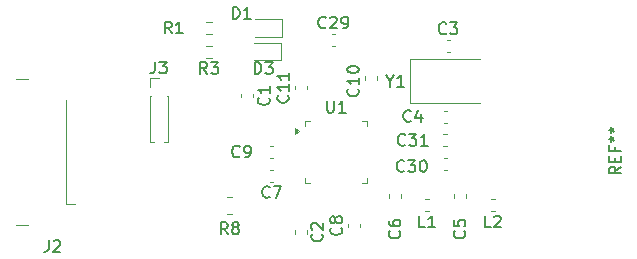
<source format=gbr>
%TF.GenerationSoftware,KiCad,Pcbnew,9.0.7*%
%TF.CreationDate,2026-02-16T22:31:36-05:00*%
%TF.ProjectId,Primis_Versipellis,5072696d-6973-45f5-9665-72736970656c,rev?*%
%TF.SameCoordinates,Original*%
%TF.FileFunction,Legend,Top*%
%TF.FilePolarity,Positive*%
%FSLAX46Y46*%
G04 Gerber Fmt 4.6, Leading zero omitted, Abs format (unit mm)*
G04 Created by KiCad (PCBNEW 9.0.7) date 2026-02-16 22:31:36*
%MOMM*%
%LPD*%
G01*
G04 APERTURE LIST*
%ADD10C,0.150000*%
%ADD11C,0.120000*%
G04 APERTURE END LIST*
D10*
X162359580Y-76166666D02*
X162407200Y-76214285D01*
X162407200Y-76214285D02*
X162454819Y-76357142D01*
X162454819Y-76357142D02*
X162454819Y-76452380D01*
X162454819Y-76452380D02*
X162407200Y-76595237D01*
X162407200Y-76595237D02*
X162311961Y-76690475D01*
X162311961Y-76690475D02*
X162216723Y-76738094D01*
X162216723Y-76738094D02*
X162026247Y-76785713D01*
X162026247Y-76785713D02*
X161883390Y-76785713D01*
X161883390Y-76785713D02*
X161692914Y-76738094D01*
X161692914Y-76738094D02*
X161597676Y-76690475D01*
X161597676Y-76690475D02*
X161502438Y-76595237D01*
X161502438Y-76595237D02*
X161454819Y-76452380D01*
X161454819Y-76452380D02*
X161454819Y-76357142D01*
X161454819Y-76357142D02*
X161502438Y-76214285D01*
X161502438Y-76214285D02*
X161550057Y-76166666D01*
X161454819Y-75261904D02*
X161454819Y-75738094D01*
X161454819Y-75738094D02*
X161931009Y-75785713D01*
X161931009Y-75785713D02*
X161883390Y-75738094D01*
X161883390Y-75738094D02*
X161835771Y-75642856D01*
X161835771Y-75642856D02*
X161835771Y-75404761D01*
X161835771Y-75404761D02*
X161883390Y-75309523D01*
X161883390Y-75309523D02*
X161931009Y-75261904D01*
X161931009Y-75261904D02*
X162026247Y-75214285D01*
X162026247Y-75214285D02*
X162264342Y-75214285D01*
X162264342Y-75214285D02*
X162359580Y-75261904D01*
X162359580Y-75261904D02*
X162407200Y-75309523D01*
X162407200Y-75309523D02*
X162454819Y-75404761D01*
X162454819Y-75404761D02*
X162454819Y-75642856D01*
X162454819Y-75642856D02*
X162407200Y-75738094D01*
X162407200Y-75738094D02*
X162359580Y-75785713D01*
X127166666Y-76954819D02*
X127166666Y-77669104D01*
X127166666Y-77669104D02*
X127119047Y-77811961D01*
X127119047Y-77811961D02*
X127023809Y-77907200D01*
X127023809Y-77907200D02*
X126880952Y-77954819D01*
X126880952Y-77954819D02*
X126785714Y-77954819D01*
X127595238Y-77050057D02*
X127642857Y-77002438D01*
X127642857Y-77002438D02*
X127738095Y-76954819D01*
X127738095Y-76954819D02*
X127976190Y-76954819D01*
X127976190Y-76954819D02*
X128071428Y-77002438D01*
X128071428Y-77002438D02*
X128119047Y-77050057D01*
X128119047Y-77050057D02*
X128166666Y-77145295D01*
X128166666Y-77145295D02*
X128166666Y-77240533D01*
X128166666Y-77240533D02*
X128119047Y-77383390D01*
X128119047Y-77383390D02*
X127547619Y-77954819D01*
X127547619Y-77954819D02*
X128166666Y-77954819D01*
X136166666Y-61844819D02*
X136166666Y-62559104D01*
X136166666Y-62559104D02*
X136119047Y-62701961D01*
X136119047Y-62701961D02*
X136023809Y-62797200D01*
X136023809Y-62797200D02*
X135880952Y-62844819D01*
X135880952Y-62844819D02*
X135785714Y-62844819D01*
X136547619Y-61844819D02*
X137166666Y-61844819D01*
X137166666Y-61844819D02*
X136833333Y-62225771D01*
X136833333Y-62225771D02*
X136976190Y-62225771D01*
X136976190Y-62225771D02*
X137071428Y-62273390D01*
X137071428Y-62273390D02*
X137119047Y-62321009D01*
X137119047Y-62321009D02*
X137166666Y-62416247D01*
X137166666Y-62416247D02*
X137166666Y-62654342D01*
X137166666Y-62654342D02*
X137119047Y-62749580D01*
X137119047Y-62749580D02*
X137071428Y-62797200D01*
X137071428Y-62797200D02*
X136976190Y-62844819D01*
X136976190Y-62844819D02*
X136690476Y-62844819D01*
X136690476Y-62844819D02*
X136595238Y-62797200D01*
X136595238Y-62797200D02*
X136547619Y-62749580D01*
X142333333Y-76454819D02*
X142000000Y-75978628D01*
X141761905Y-76454819D02*
X141761905Y-75454819D01*
X141761905Y-75454819D02*
X142142857Y-75454819D01*
X142142857Y-75454819D02*
X142238095Y-75502438D01*
X142238095Y-75502438D02*
X142285714Y-75550057D01*
X142285714Y-75550057D02*
X142333333Y-75645295D01*
X142333333Y-75645295D02*
X142333333Y-75788152D01*
X142333333Y-75788152D02*
X142285714Y-75883390D01*
X142285714Y-75883390D02*
X142238095Y-75931009D01*
X142238095Y-75931009D02*
X142142857Y-75978628D01*
X142142857Y-75978628D02*
X141761905Y-75978628D01*
X142904762Y-75883390D02*
X142809524Y-75835771D01*
X142809524Y-75835771D02*
X142761905Y-75788152D01*
X142761905Y-75788152D02*
X142714286Y-75692914D01*
X142714286Y-75692914D02*
X142714286Y-75645295D01*
X142714286Y-75645295D02*
X142761905Y-75550057D01*
X142761905Y-75550057D02*
X142809524Y-75502438D01*
X142809524Y-75502438D02*
X142904762Y-75454819D01*
X142904762Y-75454819D02*
X143095238Y-75454819D01*
X143095238Y-75454819D02*
X143190476Y-75502438D01*
X143190476Y-75502438D02*
X143238095Y-75550057D01*
X143238095Y-75550057D02*
X143285714Y-75645295D01*
X143285714Y-75645295D02*
X143285714Y-75692914D01*
X143285714Y-75692914D02*
X143238095Y-75788152D01*
X143238095Y-75788152D02*
X143190476Y-75835771D01*
X143190476Y-75835771D02*
X143095238Y-75883390D01*
X143095238Y-75883390D02*
X142904762Y-75883390D01*
X142904762Y-75883390D02*
X142809524Y-75931009D01*
X142809524Y-75931009D02*
X142761905Y-75978628D01*
X142761905Y-75978628D02*
X142714286Y-76073866D01*
X142714286Y-76073866D02*
X142714286Y-76264342D01*
X142714286Y-76264342D02*
X142761905Y-76359580D01*
X142761905Y-76359580D02*
X142809524Y-76407200D01*
X142809524Y-76407200D02*
X142904762Y-76454819D01*
X142904762Y-76454819D02*
X143095238Y-76454819D01*
X143095238Y-76454819D02*
X143190476Y-76407200D01*
X143190476Y-76407200D02*
X143238095Y-76359580D01*
X143238095Y-76359580D02*
X143285714Y-76264342D01*
X143285714Y-76264342D02*
X143285714Y-76073866D01*
X143285714Y-76073866D02*
X143238095Y-75978628D01*
X143238095Y-75978628D02*
X143190476Y-75931009D01*
X143190476Y-75931009D02*
X143095238Y-75883390D01*
X156859580Y-76166666D02*
X156907200Y-76214285D01*
X156907200Y-76214285D02*
X156954819Y-76357142D01*
X156954819Y-76357142D02*
X156954819Y-76452380D01*
X156954819Y-76452380D02*
X156907200Y-76595237D01*
X156907200Y-76595237D02*
X156811961Y-76690475D01*
X156811961Y-76690475D02*
X156716723Y-76738094D01*
X156716723Y-76738094D02*
X156526247Y-76785713D01*
X156526247Y-76785713D02*
X156383390Y-76785713D01*
X156383390Y-76785713D02*
X156192914Y-76738094D01*
X156192914Y-76738094D02*
X156097676Y-76690475D01*
X156097676Y-76690475D02*
X156002438Y-76595237D01*
X156002438Y-76595237D02*
X155954819Y-76452380D01*
X155954819Y-76452380D02*
X155954819Y-76357142D01*
X155954819Y-76357142D02*
X156002438Y-76214285D01*
X156002438Y-76214285D02*
X156050057Y-76166666D01*
X155954819Y-75309523D02*
X155954819Y-75499999D01*
X155954819Y-75499999D02*
X156002438Y-75595237D01*
X156002438Y-75595237D02*
X156050057Y-75642856D01*
X156050057Y-75642856D02*
X156192914Y-75738094D01*
X156192914Y-75738094D02*
X156383390Y-75785713D01*
X156383390Y-75785713D02*
X156764342Y-75785713D01*
X156764342Y-75785713D02*
X156859580Y-75738094D01*
X156859580Y-75738094D02*
X156907200Y-75690475D01*
X156907200Y-75690475D02*
X156954819Y-75595237D01*
X156954819Y-75595237D02*
X156954819Y-75404761D01*
X156954819Y-75404761D02*
X156907200Y-75309523D01*
X156907200Y-75309523D02*
X156859580Y-75261904D01*
X156859580Y-75261904D02*
X156764342Y-75214285D01*
X156764342Y-75214285D02*
X156526247Y-75214285D01*
X156526247Y-75214285D02*
X156431009Y-75261904D01*
X156431009Y-75261904D02*
X156383390Y-75309523D01*
X156383390Y-75309523D02*
X156335771Y-75404761D01*
X156335771Y-75404761D02*
X156335771Y-75595237D01*
X156335771Y-75595237D02*
X156383390Y-75690475D01*
X156383390Y-75690475D02*
X156431009Y-75738094D01*
X156431009Y-75738094D02*
X156526247Y-75785713D01*
X157833333Y-66859580D02*
X157785714Y-66907200D01*
X157785714Y-66907200D02*
X157642857Y-66954819D01*
X157642857Y-66954819D02*
X157547619Y-66954819D01*
X157547619Y-66954819D02*
X157404762Y-66907200D01*
X157404762Y-66907200D02*
X157309524Y-66811961D01*
X157309524Y-66811961D02*
X157261905Y-66716723D01*
X157261905Y-66716723D02*
X157214286Y-66526247D01*
X157214286Y-66526247D02*
X157214286Y-66383390D01*
X157214286Y-66383390D02*
X157261905Y-66192914D01*
X157261905Y-66192914D02*
X157309524Y-66097676D01*
X157309524Y-66097676D02*
X157404762Y-66002438D01*
X157404762Y-66002438D02*
X157547619Y-65954819D01*
X157547619Y-65954819D02*
X157642857Y-65954819D01*
X157642857Y-65954819D02*
X157785714Y-66002438D01*
X157785714Y-66002438D02*
X157833333Y-66050057D01*
X158690476Y-66288152D02*
X158690476Y-66954819D01*
X158452381Y-65907200D02*
X158214286Y-66621485D01*
X158214286Y-66621485D02*
X158833333Y-66621485D01*
X150289580Y-76441666D02*
X150337200Y-76489285D01*
X150337200Y-76489285D02*
X150384819Y-76632142D01*
X150384819Y-76632142D02*
X150384819Y-76727380D01*
X150384819Y-76727380D02*
X150337200Y-76870237D01*
X150337200Y-76870237D02*
X150241961Y-76965475D01*
X150241961Y-76965475D02*
X150146723Y-77013094D01*
X150146723Y-77013094D02*
X149956247Y-77060713D01*
X149956247Y-77060713D02*
X149813390Y-77060713D01*
X149813390Y-77060713D02*
X149622914Y-77013094D01*
X149622914Y-77013094D02*
X149527676Y-76965475D01*
X149527676Y-76965475D02*
X149432438Y-76870237D01*
X149432438Y-76870237D02*
X149384819Y-76727380D01*
X149384819Y-76727380D02*
X149384819Y-76632142D01*
X149384819Y-76632142D02*
X149432438Y-76489285D01*
X149432438Y-76489285D02*
X149480057Y-76441666D01*
X149480057Y-76060713D02*
X149432438Y-76013094D01*
X149432438Y-76013094D02*
X149384819Y-75917856D01*
X149384819Y-75917856D02*
X149384819Y-75679761D01*
X149384819Y-75679761D02*
X149432438Y-75584523D01*
X149432438Y-75584523D02*
X149480057Y-75536904D01*
X149480057Y-75536904D02*
X149575295Y-75489285D01*
X149575295Y-75489285D02*
X149670533Y-75489285D01*
X149670533Y-75489285D02*
X149813390Y-75536904D01*
X149813390Y-75536904D02*
X150384819Y-76108332D01*
X150384819Y-76108332D02*
X150384819Y-75489285D01*
X175614819Y-70733333D02*
X175138628Y-71066666D01*
X175614819Y-71304761D02*
X174614819Y-71304761D01*
X174614819Y-71304761D02*
X174614819Y-70923809D01*
X174614819Y-70923809D02*
X174662438Y-70828571D01*
X174662438Y-70828571D02*
X174710057Y-70780952D01*
X174710057Y-70780952D02*
X174805295Y-70733333D01*
X174805295Y-70733333D02*
X174948152Y-70733333D01*
X174948152Y-70733333D02*
X175043390Y-70780952D01*
X175043390Y-70780952D02*
X175091009Y-70828571D01*
X175091009Y-70828571D02*
X175138628Y-70923809D01*
X175138628Y-70923809D02*
X175138628Y-71304761D01*
X175091009Y-70304761D02*
X175091009Y-69971428D01*
X175614819Y-69828571D02*
X175614819Y-70304761D01*
X175614819Y-70304761D02*
X174614819Y-70304761D01*
X174614819Y-70304761D02*
X174614819Y-69828571D01*
X175091009Y-69066666D02*
X175091009Y-69399999D01*
X175614819Y-69399999D02*
X174614819Y-69399999D01*
X174614819Y-69399999D02*
X174614819Y-68923809D01*
X174614819Y-68399999D02*
X174852914Y-68399999D01*
X174757676Y-68638094D02*
X174852914Y-68399999D01*
X174852914Y-68399999D02*
X174757676Y-68161904D01*
X175043390Y-68542856D02*
X174852914Y-68399999D01*
X174852914Y-68399999D02*
X175043390Y-68257142D01*
X174614819Y-67638094D02*
X174852914Y-67638094D01*
X174757676Y-67876189D02*
X174852914Y-67638094D01*
X174852914Y-67638094D02*
X174757676Y-67399999D01*
X175043390Y-67780951D02*
X174852914Y-67638094D01*
X174852914Y-67638094D02*
X175043390Y-67495237D01*
X144624405Y-62884819D02*
X144624405Y-61884819D01*
X144624405Y-61884819D02*
X144862500Y-61884819D01*
X144862500Y-61884819D02*
X145005357Y-61932438D01*
X145005357Y-61932438D02*
X145100595Y-62027676D01*
X145100595Y-62027676D02*
X145148214Y-62122914D01*
X145148214Y-62122914D02*
X145195833Y-62313390D01*
X145195833Y-62313390D02*
X145195833Y-62456247D01*
X145195833Y-62456247D02*
X145148214Y-62646723D01*
X145148214Y-62646723D02*
X145100595Y-62741961D01*
X145100595Y-62741961D02*
X145005357Y-62837200D01*
X145005357Y-62837200D02*
X144862500Y-62884819D01*
X144862500Y-62884819D02*
X144624405Y-62884819D01*
X145529167Y-61884819D02*
X146148214Y-61884819D01*
X146148214Y-61884819D02*
X145814881Y-62265771D01*
X145814881Y-62265771D02*
X145957738Y-62265771D01*
X145957738Y-62265771D02*
X146052976Y-62313390D01*
X146052976Y-62313390D02*
X146100595Y-62361009D01*
X146100595Y-62361009D02*
X146148214Y-62456247D01*
X146148214Y-62456247D02*
X146148214Y-62694342D01*
X146148214Y-62694342D02*
X146100595Y-62789580D01*
X146100595Y-62789580D02*
X146052976Y-62837200D01*
X146052976Y-62837200D02*
X145957738Y-62884819D01*
X145957738Y-62884819D02*
X145672024Y-62884819D01*
X145672024Y-62884819D02*
X145576786Y-62837200D01*
X145576786Y-62837200D02*
X145529167Y-62789580D01*
X143333333Y-69859580D02*
X143285714Y-69907200D01*
X143285714Y-69907200D02*
X143142857Y-69954819D01*
X143142857Y-69954819D02*
X143047619Y-69954819D01*
X143047619Y-69954819D02*
X142904762Y-69907200D01*
X142904762Y-69907200D02*
X142809524Y-69811961D01*
X142809524Y-69811961D02*
X142761905Y-69716723D01*
X142761905Y-69716723D02*
X142714286Y-69526247D01*
X142714286Y-69526247D02*
X142714286Y-69383390D01*
X142714286Y-69383390D02*
X142761905Y-69192914D01*
X142761905Y-69192914D02*
X142809524Y-69097676D01*
X142809524Y-69097676D02*
X142904762Y-69002438D01*
X142904762Y-69002438D02*
X143047619Y-68954819D01*
X143047619Y-68954819D02*
X143142857Y-68954819D01*
X143142857Y-68954819D02*
X143285714Y-69002438D01*
X143285714Y-69002438D02*
X143333333Y-69050057D01*
X143809524Y-69954819D02*
X144000000Y-69954819D01*
X144000000Y-69954819D02*
X144095238Y-69907200D01*
X144095238Y-69907200D02*
X144142857Y-69859580D01*
X144142857Y-69859580D02*
X144238095Y-69716723D01*
X144238095Y-69716723D02*
X144285714Y-69526247D01*
X144285714Y-69526247D02*
X144285714Y-69145295D01*
X144285714Y-69145295D02*
X144238095Y-69050057D01*
X144238095Y-69050057D02*
X144190476Y-69002438D01*
X144190476Y-69002438D02*
X144095238Y-68954819D01*
X144095238Y-68954819D02*
X143904762Y-68954819D01*
X143904762Y-68954819D02*
X143809524Y-69002438D01*
X143809524Y-69002438D02*
X143761905Y-69050057D01*
X143761905Y-69050057D02*
X143714286Y-69145295D01*
X143714286Y-69145295D02*
X143714286Y-69383390D01*
X143714286Y-69383390D02*
X143761905Y-69478628D01*
X143761905Y-69478628D02*
X143809524Y-69526247D01*
X143809524Y-69526247D02*
X143904762Y-69573866D01*
X143904762Y-69573866D02*
X144095238Y-69573866D01*
X144095238Y-69573866D02*
X144190476Y-69526247D01*
X144190476Y-69526247D02*
X144238095Y-69478628D01*
X144238095Y-69478628D02*
X144285714Y-69383390D01*
X150738095Y-65154819D02*
X150738095Y-65964342D01*
X150738095Y-65964342D02*
X150785714Y-66059580D01*
X150785714Y-66059580D02*
X150833333Y-66107200D01*
X150833333Y-66107200D02*
X150928571Y-66154819D01*
X150928571Y-66154819D02*
X151119047Y-66154819D01*
X151119047Y-66154819D02*
X151214285Y-66107200D01*
X151214285Y-66107200D02*
X151261904Y-66059580D01*
X151261904Y-66059580D02*
X151309523Y-65964342D01*
X151309523Y-65964342D02*
X151309523Y-65154819D01*
X152309523Y-66154819D02*
X151738095Y-66154819D01*
X152023809Y-66154819D02*
X152023809Y-65154819D01*
X152023809Y-65154819D02*
X151928571Y-65297676D01*
X151928571Y-65297676D02*
X151833333Y-65392914D01*
X151833333Y-65392914D02*
X151738095Y-65440533D01*
X151929580Y-75891666D02*
X151977200Y-75939285D01*
X151977200Y-75939285D02*
X152024819Y-76082142D01*
X152024819Y-76082142D02*
X152024819Y-76177380D01*
X152024819Y-76177380D02*
X151977200Y-76320237D01*
X151977200Y-76320237D02*
X151881961Y-76415475D01*
X151881961Y-76415475D02*
X151786723Y-76463094D01*
X151786723Y-76463094D02*
X151596247Y-76510713D01*
X151596247Y-76510713D02*
X151453390Y-76510713D01*
X151453390Y-76510713D02*
X151262914Y-76463094D01*
X151262914Y-76463094D02*
X151167676Y-76415475D01*
X151167676Y-76415475D02*
X151072438Y-76320237D01*
X151072438Y-76320237D02*
X151024819Y-76177380D01*
X151024819Y-76177380D02*
X151024819Y-76082142D01*
X151024819Y-76082142D02*
X151072438Y-75939285D01*
X151072438Y-75939285D02*
X151120057Y-75891666D01*
X151453390Y-75320237D02*
X151405771Y-75415475D01*
X151405771Y-75415475D02*
X151358152Y-75463094D01*
X151358152Y-75463094D02*
X151262914Y-75510713D01*
X151262914Y-75510713D02*
X151215295Y-75510713D01*
X151215295Y-75510713D02*
X151120057Y-75463094D01*
X151120057Y-75463094D02*
X151072438Y-75415475D01*
X151072438Y-75415475D02*
X151024819Y-75320237D01*
X151024819Y-75320237D02*
X151024819Y-75129761D01*
X151024819Y-75129761D02*
X151072438Y-75034523D01*
X151072438Y-75034523D02*
X151120057Y-74986904D01*
X151120057Y-74986904D02*
X151215295Y-74939285D01*
X151215295Y-74939285D02*
X151262914Y-74939285D01*
X151262914Y-74939285D02*
X151358152Y-74986904D01*
X151358152Y-74986904D02*
X151405771Y-75034523D01*
X151405771Y-75034523D02*
X151453390Y-75129761D01*
X151453390Y-75129761D02*
X151453390Y-75320237D01*
X151453390Y-75320237D02*
X151501009Y-75415475D01*
X151501009Y-75415475D02*
X151548628Y-75463094D01*
X151548628Y-75463094D02*
X151643866Y-75510713D01*
X151643866Y-75510713D02*
X151834342Y-75510713D01*
X151834342Y-75510713D02*
X151929580Y-75463094D01*
X151929580Y-75463094D02*
X151977200Y-75415475D01*
X151977200Y-75415475D02*
X152024819Y-75320237D01*
X152024819Y-75320237D02*
X152024819Y-75129761D01*
X152024819Y-75129761D02*
X151977200Y-75034523D01*
X151977200Y-75034523D02*
X151929580Y-74986904D01*
X151929580Y-74986904D02*
X151834342Y-74939285D01*
X151834342Y-74939285D02*
X151643866Y-74939285D01*
X151643866Y-74939285D02*
X151548628Y-74986904D01*
X151548628Y-74986904D02*
X151501009Y-75034523D01*
X151501009Y-75034523D02*
X151453390Y-75129761D01*
X160833333Y-59429580D02*
X160785714Y-59477200D01*
X160785714Y-59477200D02*
X160642857Y-59524819D01*
X160642857Y-59524819D02*
X160547619Y-59524819D01*
X160547619Y-59524819D02*
X160404762Y-59477200D01*
X160404762Y-59477200D02*
X160309524Y-59381961D01*
X160309524Y-59381961D02*
X160261905Y-59286723D01*
X160261905Y-59286723D02*
X160214286Y-59096247D01*
X160214286Y-59096247D02*
X160214286Y-58953390D01*
X160214286Y-58953390D02*
X160261905Y-58762914D01*
X160261905Y-58762914D02*
X160309524Y-58667676D01*
X160309524Y-58667676D02*
X160404762Y-58572438D01*
X160404762Y-58572438D02*
X160547619Y-58524819D01*
X160547619Y-58524819D02*
X160642857Y-58524819D01*
X160642857Y-58524819D02*
X160785714Y-58572438D01*
X160785714Y-58572438D02*
X160833333Y-58620057D01*
X161166667Y-58524819D02*
X161785714Y-58524819D01*
X161785714Y-58524819D02*
X161452381Y-58905771D01*
X161452381Y-58905771D02*
X161595238Y-58905771D01*
X161595238Y-58905771D02*
X161690476Y-58953390D01*
X161690476Y-58953390D02*
X161738095Y-59001009D01*
X161738095Y-59001009D02*
X161785714Y-59096247D01*
X161785714Y-59096247D02*
X161785714Y-59334342D01*
X161785714Y-59334342D02*
X161738095Y-59429580D01*
X161738095Y-59429580D02*
X161690476Y-59477200D01*
X161690476Y-59477200D02*
X161595238Y-59524819D01*
X161595238Y-59524819D02*
X161309524Y-59524819D01*
X161309524Y-59524819D02*
X161214286Y-59477200D01*
X161214286Y-59477200D02*
X161166667Y-59429580D01*
X157357142Y-68859580D02*
X157309523Y-68907200D01*
X157309523Y-68907200D02*
X157166666Y-68954819D01*
X157166666Y-68954819D02*
X157071428Y-68954819D01*
X157071428Y-68954819D02*
X156928571Y-68907200D01*
X156928571Y-68907200D02*
X156833333Y-68811961D01*
X156833333Y-68811961D02*
X156785714Y-68716723D01*
X156785714Y-68716723D02*
X156738095Y-68526247D01*
X156738095Y-68526247D02*
X156738095Y-68383390D01*
X156738095Y-68383390D02*
X156785714Y-68192914D01*
X156785714Y-68192914D02*
X156833333Y-68097676D01*
X156833333Y-68097676D02*
X156928571Y-68002438D01*
X156928571Y-68002438D02*
X157071428Y-67954819D01*
X157071428Y-67954819D02*
X157166666Y-67954819D01*
X157166666Y-67954819D02*
X157309523Y-68002438D01*
X157309523Y-68002438D02*
X157357142Y-68050057D01*
X157690476Y-67954819D02*
X158309523Y-67954819D01*
X158309523Y-67954819D02*
X157976190Y-68335771D01*
X157976190Y-68335771D02*
X158119047Y-68335771D01*
X158119047Y-68335771D02*
X158214285Y-68383390D01*
X158214285Y-68383390D02*
X158261904Y-68431009D01*
X158261904Y-68431009D02*
X158309523Y-68526247D01*
X158309523Y-68526247D02*
X158309523Y-68764342D01*
X158309523Y-68764342D02*
X158261904Y-68859580D01*
X158261904Y-68859580D02*
X158214285Y-68907200D01*
X158214285Y-68907200D02*
X158119047Y-68954819D01*
X158119047Y-68954819D02*
X157833333Y-68954819D01*
X157833333Y-68954819D02*
X157738095Y-68907200D01*
X157738095Y-68907200D02*
X157690476Y-68859580D01*
X159261904Y-68954819D02*
X158690476Y-68954819D01*
X158976190Y-68954819D02*
X158976190Y-67954819D01*
X158976190Y-67954819D02*
X158880952Y-68097676D01*
X158880952Y-68097676D02*
X158785714Y-68192914D01*
X158785714Y-68192914D02*
X158690476Y-68240533D01*
X137583333Y-59454819D02*
X137250000Y-58978628D01*
X137011905Y-59454819D02*
X137011905Y-58454819D01*
X137011905Y-58454819D02*
X137392857Y-58454819D01*
X137392857Y-58454819D02*
X137488095Y-58502438D01*
X137488095Y-58502438D02*
X137535714Y-58550057D01*
X137535714Y-58550057D02*
X137583333Y-58645295D01*
X137583333Y-58645295D02*
X137583333Y-58788152D01*
X137583333Y-58788152D02*
X137535714Y-58883390D01*
X137535714Y-58883390D02*
X137488095Y-58931009D01*
X137488095Y-58931009D02*
X137392857Y-58978628D01*
X137392857Y-58978628D02*
X137011905Y-58978628D01*
X138535714Y-59454819D02*
X137964286Y-59454819D01*
X138250000Y-59454819D02*
X138250000Y-58454819D01*
X138250000Y-58454819D02*
X138154762Y-58597676D01*
X138154762Y-58597676D02*
X138059524Y-58692914D01*
X138059524Y-58692914D02*
X137964286Y-58740533D01*
X145883333Y-73289580D02*
X145835714Y-73337200D01*
X145835714Y-73337200D02*
X145692857Y-73384819D01*
X145692857Y-73384819D02*
X145597619Y-73384819D01*
X145597619Y-73384819D02*
X145454762Y-73337200D01*
X145454762Y-73337200D02*
X145359524Y-73241961D01*
X145359524Y-73241961D02*
X145311905Y-73146723D01*
X145311905Y-73146723D02*
X145264286Y-72956247D01*
X145264286Y-72956247D02*
X145264286Y-72813390D01*
X145264286Y-72813390D02*
X145311905Y-72622914D01*
X145311905Y-72622914D02*
X145359524Y-72527676D01*
X145359524Y-72527676D02*
X145454762Y-72432438D01*
X145454762Y-72432438D02*
X145597619Y-72384819D01*
X145597619Y-72384819D02*
X145692857Y-72384819D01*
X145692857Y-72384819D02*
X145835714Y-72432438D01*
X145835714Y-72432438D02*
X145883333Y-72480057D01*
X146216667Y-72384819D02*
X146883333Y-72384819D01*
X146883333Y-72384819D02*
X146454762Y-73384819D01*
X142761905Y-58204819D02*
X142761905Y-57204819D01*
X142761905Y-57204819D02*
X143000000Y-57204819D01*
X143000000Y-57204819D02*
X143142857Y-57252438D01*
X143142857Y-57252438D02*
X143238095Y-57347676D01*
X143238095Y-57347676D02*
X143285714Y-57442914D01*
X143285714Y-57442914D02*
X143333333Y-57633390D01*
X143333333Y-57633390D02*
X143333333Y-57776247D01*
X143333333Y-57776247D02*
X143285714Y-57966723D01*
X143285714Y-57966723D02*
X143238095Y-58061961D01*
X143238095Y-58061961D02*
X143142857Y-58157200D01*
X143142857Y-58157200D02*
X143000000Y-58204819D01*
X143000000Y-58204819D02*
X142761905Y-58204819D01*
X144285714Y-58204819D02*
X143714286Y-58204819D01*
X144000000Y-58204819D02*
X144000000Y-57204819D01*
X144000000Y-57204819D02*
X143904762Y-57347676D01*
X143904762Y-57347676D02*
X143809524Y-57442914D01*
X143809524Y-57442914D02*
X143714286Y-57490533D01*
X157267142Y-71094580D02*
X157219523Y-71142200D01*
X157219523Y-71142200D02*
X157076666Y-71189819D01*
X157076666Y-71189819D02*
X156981428Y-71189819D01*
X156981428Y-71189819D02*
X156838571Y-71142200D01*
X156838571Y-71142200D02*
X156743333Y-71046961D01*
X156743333Y-71046961D02*
X156695714Y-70951723D01*
X156695714Y-70951723D02*
X156648095Y-70761247D01*
X156648095Y-70761247D02*
X156648095Y-70618390D01*
X156648095Y-70618390D02*
X156695714Y-70427914D01*
X156695714Y-70427914D02*
X156743333Y-70332676D01*
X156743333Y-70332676D02*
X156838571Y-70237438D01*
X156838571Y-70237438D02*
X156981428Y-70189819D01*
X156981428Y-70189819D02*
X157076666Y-70189819D01*
X157076666Y-70189819D02*
X157219523Y-70237438D01*
X157219523Y-70237438D02*
X157267142Y-70285057D01*
X157600476Y-70189819D02*
X158219523Y-70189819D01*
X158219523Y-70189819D02*
X157886190Y-70570771D01*
X157886190Y-70570771D02*
X158029047Y-70570771D01*
X158029047Y-70570771D02*
X158124285Y-70618390D01*
X158124285Y-70618390D02*
X158171904Y-70666009D01*
X158171904Y-70666009D02*
X158219523Y-70761247D01*
X158219523Y-70761247D02*
X158219523Y-70999342D01*
X158219523Y-70999342D02*
X158171904Y-71094580D01*
X158171904Y-71094580D02*
X158124285Y-71142200D01*
X158124285Y-71142200D02*
X158029047Y-71189819D01*
X158029047Y-71189819D02*
X157743333Y-71189819D01*
X157743333Y-71189819D02*
X157648095Y-71142200D01*
X157648095Y-71142200D02*
X157600476Y-71094580D01*
X158838571Y-70189819D02*
X158933809Y-70189819D01*
X158933809Y-70189819D02*
X159029047Y-70237438D01*
X159029047Y-70237438D02*
X159076666Y-70285057D01*
X159076666Y-70285057D02*
X159124285Y-70380295D01*
X159124285Y-70380295D02*
X159171904Y-70570771D01*
X159171904Y-70570771D02*
X159171904Y-70808866D01*
X159171904Y-70808866D02*
X159124285Y-70999342D01*
X159124285Y-70999342D02*
X159076666Y-71094580D01*
X159076666Y-71094580D02*
X159029047Y-71142200D01*
X159029047Y-71142200D02*
X158933809Y-71189819D01*
X158933809Y-71189819D02*
X158838571Y-71189819D01*
X158838571Y-71189819D02*
X158743333Y-71142200D01*
X158743333Y-71142200D02*
X158695714Y-71094580D01*
X158695714Y-71094580D02*
X158648095Y-70999342D01*
X158648095Y-70999342D02*
X158600476Y-70808866D01*
X158600476Y-70808866D02*
X158600476Y-70570771D01*
X158600476Y-70570771D02*
X158648095Y-70380295D01*
X158648095Y-70380295D02*
X158695714Y-70285057D01*
X158695714Y-70285057D02*
X158743333Y-70237438D01*
X158743333Y-70237438D02*
X158838571Y-70189819D01*
X150632142Y-58929580D02*
X150584523Y-58977200D01*
X150584523Y-58977200D02*
X150441666Y-59024819D01*
X150441666Y-59024819D02*
X150346428Y-59024819D01*
X150346428Y-59024819D02*
X150203571Y-58977200D01*
X150203571Y-58977200D02*
X150108333Y-58881961D01*
X150108333Y-58881961D02*
X150060714Y-58786723D01*
X150060714Y-58786723D02*
X150013095Y-58596247D01*
X150013095Y-58596247D02*
X150013095Y-58453390D01*
X150013095Y-58453390D02*
X150060714Y-58262914D01*
X150060714Y-58262914D02*
X150108333Y-58167676D01*
X150108333Y-58167676D02*
X150203571Y-58072438D01*
X150203571Y-58072438D02*
X150346428Y-58024819D01*
X150346428Y-58024819D02*
X150441666Y-58024819D01*
X150441666Y-58024819D02*
X150584523Y-58072438D01*
X150584523Y-58072438D02*
X150632142Y-58120057D01*
X151013095Y-58120057D02*
X151060714Y-58072438D01*
X151060714Y-58072438D02*
X151155952Y-58024819D01*
X151155952Y-58024819D02*
X151394047Y-58024819D01*
X151394047Y-58024819D02*
X151489285Y-58072438D01*
X151489285Y-58072438D02*
X151536904Y-58120057D01*
X151536904Y-58120057D02*
X151584523Y-58215295D01*
X151584523Y-58215295D02*
X151584523Y-58310533D01*
X151584523Y-58310533D02*
X151536904Y-58453390D01*
X151536904Y-58453390D02*
X150965476Y-59024819D01*
X150965476Y-59024819D02*
X151584523Y-59024819D01*
X152060714Y-59024819D02*
X152251190Y-59024819D01*
X152251190Y-59024819D02*
X152346428Y-58977200D01*
X152346428Y-58977200D02*
X152394047Y-58929580D01*
X152394047Y-58929580D02*
X152489285Y-58786723D01*
X152489285Y-58786723D02*
X152536904Y-58596247D01*
X152536904Y-58596247D02*
X152536904Y-58215295D01*
X152536904Y-58215295D02*
X152489285Y-58120057D01*
X152489285Y-58120057D02*
X152441666Y-58072438D01*
X152441666Y-58072438D02*
X152346428Y-58024819D01*
X152346428Y-58024819D02*
X152155952Y-58024819D01*
X152155952Y-58024819D02*
X152060714Y-58072438D01*
X152060714Y-58072438D02*
X152013095Y-58120057D01*
X152013095Y-58120057D02*
X151965476Y-58215295D01*
X151965476Y-58215295D02*
X151965476Y-58453390D01*
X151965476Y-58453390D02*
X152013095Y-58548628D01*
X152013095Y-58548628D02*
X152060714Y-58596247D01*
X152060714Y-58596247D02*
X152155952Y-58643866D01*
X152155952Y-58643866D02*
X152346428Y-58643866D01*
X152346428Y-58643866D02*
X152441666Y-58596247D01*
X152441666Y-58596247D02*
X152489285Y-58548628D01*
X152489285Y-58548628D02*
X152536904Y-58453390D01*
X147429580Y-64692857D02*
X147477200Y-64740476D01*
X147477200Y-64740476D02*
X147524819Y-64883333D01*
X147524819Y-64883333D02*
X147524819Y-64978571D01*
X147524819Y-64978571D02*
X147477200Y-65121428D01*
X147477200Y-65121428D02*
X147381961Y-65216666D01*
X147381961Y-65216666D02*
X147286723Y-65264285D01*
X147286723Y-65264285D02*
X147096247Y-65311904D01*
X147096247Y-65311904D02*
X146953390Y-65311904D01*
X146953390Y-65311904D02*
X146762914Y-65264285D01*
X146762914Y-65264285D02*
X146667676Y-65216666D01*
X146667676Y-65216666D02*
X146572438Y-65121428D01*
X146572438Y-65121428D02*
X146524819Y-64978571D01*
X146524819Y-64978571D02*
X146524819Y-64883333D01*
X146524819Y-64883333D02*
X146572438Y-64740476D01*
X146572438Y-64740476D02*
X146620057Y-64692857D01*
X147524819Y-63740476D02*
X147524819Y-64311904D01*
X147524819Y-64026190D02*
X146524819Y-64026190D01*
X146524819Y-64026190D02*
X146667676Y-64121428D01*
X146667676Y-64121428D02*
X146762914Y-64216666D01*
X146762914Y-64216666D02*
X146810533Y-64311904D01*
X147524819Y-62788095D02*
X147524819Y-63359523D01*
X147524819Y-63073809D02*
X146524819Y-63073809D01*
X146524819Y-63073809D02*
X146667676Y-63169047D01*
X146667676Y-63169047D02*
X146762914Y-63264285D01*
X146762914Y-63264285D02*
X146810533Y-63359523D01*
X153359580Y-64142857D02*
X153407200Y-64190476D01*
X153407200Y-64190476D02*
X153454819Y-64333333D01*
X153454819Y-64333333D02*
X153454819Y-64428571D01*
X153454819Y-64428571D02*
X153407200Y-64571428D01*
X153407200Y-64571428D02*
X153311961Y-64666666D01*
X153311961Y-64666666D02*
X153216723Y-64714285D01*
X153216723Y-64714285D02*
X153026247Y-64761904D01*
X153026247Y-64761904D02*
X152883390Y-64761904D01*
X152883390Y-64761904D02*
X152692914Y-64714285D01*
X152692914Y-64714285D02*
X152597676Y-64666666D01*
X152597676Y-64666666D02*
X152502438Y-64571428D01*
X152502438Y-64571428D02*
X152454819Y-64428571D01*
X152454819Y-64428571D02*
X152454819Y-64333333D01*
X152454819Y-64333333D02*
X152502438Y-64190476D01*
X152502438Y-64190476D02*
X152550057Y-64142857D01*
X153454819Y-63190476D02*
X153454819Y-63761904D01*
X153454819Y-63476190D02*
X152454819Y-63476190D01*
X152454819Y-63476190D02*
X152597676Y-63571428D01*
X152597676Y-63571428D02*
X152692914Y-63666666D01*
X152692914Y-63666666D02*
X152740533Y-63761904D01*
X152454819Y-62571428D02*
X152454819Y-62476190D01*
X152454819Y-62476190D02*
X152502438Y-62380952D01*
X152502438Y-62380952D02*
X152550057Y-62333333D01*
X152550057Y-62333333D02*
X152645295Y-62285714D01*
X152645295Y-62285714D02*
X152835771Y-62238095D01*
X152835771Y-62238095D02*
X153073866Y-62238095D01*
X153073866Y-62238095D02*
X153264342Y-62285714D01*
X153264342Y-62285714D02*
X153359580Y-62333333D01*
X153359580Y-62333333D02*
X153407200Y-62380952D01*
X153407200Y-62380952D02*
X153454819Y-62476190D01*
X153454819Y-62476190D02*
X153454819Y-62571428D01*
X153454819Y-62571428D02*
X153407200Y-62666666D01*
X153407200Y-62666666D02*
X153359580Y-62714285D01*
X153359580Y-62714285D02*
X153264342Y-62761904D01*
X153264342Y-62761904D02*
X153073866Y-62809523D01*
X153073866Y-62809523D02*
X152835771Y-62809523D01*
X152835771Y-62809523D02*
X152645295Y-62761904D01*
X152645295Y-62761904D02*
X152550057Y-62714285D01*
X152550057Y-62714285D02*
X152502438Y-62666666D01*
X152502438Y-62666666D02*
X152454819Y-62571428D01*
X164620833Y-75884819D02*
X164144643Y-75884819D01*
X164144643Y-75884819D02*
X164144643Y-74884819D01*
X164906548Y-74980057D02*
X164954167Y-74932438D01*
X164954167Y-74932438D02*
X165049405Y-74884819D01*
X165049405Y-74884819D02*
X165287500Y-74884819D01*
X165287500Y-74884819D02*
X165382738Y-74932438D01*
X165382738Y-74932438D02*
X165430357Y-74980057D01*
X165430357Y-74980057D02*
X165477976Y-75075295D01*
X165477976Y-75075295D02*
X165477976Y-75170533D01*
X165477976Y-75170533D02*
X165430357Y-75313390D01*
X165430357Y-75313390D02*
X164858929Y-75884819D01*
X164858929Y-75884819D02*
X165477976Y-75884819D01*
X156073809Y-63478628D02*
X156073809Y-63954819D01*
X155740476Y-62954819D02*
X156073809Y-63478628D01*
X156073809Y-63478628D02*
X156407142Y-62954819D01*
X157264285Y-63954819D02*
X156692857Y-63954819D01*
X156978571Y-63954819D02*
X156978571Y-62954819D01*
X156978571Y-62954819D02*
X156883333Y-63097676D01*
X156883333Y-63097676D02*
X156788095Y-63192914D01*
X156788095Y-63192914D02*
X156692857Y-63240533D01*
X159045833Y-75884819D02*
X158569643Y-75884819D01*
X158569643Y-75884819D02*
X158569643Y-74884819D01*
X159902976Y-75884819D02*
X159331548Y-75884819D01*
X159617262Y-75884819D02*
X159617262Y-74884819D01*
X159617262Y-74884819D02*
X159522024Y-75027676D01*
X159522024Y-75027676D02*
X159426786Y-75122914D01*
X159426786Y-75122914D02*
X159331548Y-75170533D01*
X140583333Y-62884819D02*
X140250000Y-62408628D01*
X140011905Y-62884819D02*
X140011905Y-61884819D01*
X140011905Y-61884819D02*
X140392857Y-61884819D01*
X140392857Y-61884819D02*
X140488095Y-61932438D01*
X140488095Y-61932438D02*
X140535714Y-61980057D01*
X140535714Y-61980057D02*
X140583333Y-62075295D01*
X140583333Y-62075295D02*
X140583333Y-62218152D01*
X140583333Y-62218152D02*
X140535714Y-62313390D01*
X140535714Y-62313390D02*
X140488095Y-62361009D01*
X140488095Y-62361009D02*
X140392857Y-62408628D01*
X140392857Y-62408628D02*
X140011905Y-62408628D01*
X140916667Y-61884819D02*
X141535714Y-61884819D01*
X141535714Y-61884819D02*
X141202381Y-62265771D01*
X141202381Y-62265771D02*
X141345238Y-62265771D01*
X141345238Y-62265771D02*
X141440476Y-62313390D01*
X141440476Y-62313390D02*
X141488095Y-62361009D01*
X141488095Y-62361009D02*
X141535714Y-62456247D01*
X141535714Y-62456247D02*
X141535714Y-62694342D01*
X141535714Y-62694342D02*
X141488095Y-62789580D01*
X141488095Y-62789580D02*
X141440476Y-62837200D01*
X141440476Y-62837200D02*
X141345238Y-62884819D01*
X141345238Y-62884819D02*
X141059524Y-62884819D01*
X141059524Y-62884819D02*
X140964286Y-62837200D01*
X140964286Y-62837200D02*
X140916667Y-62789580D01*
X145789580Y-64891666D02*
X145837200Y-64939285D01*
X145837200Y-64939285D02*
X145884819Y-65082142D01*
X145884819Y-65082142D02*
X145884819Y-65177380D01*
X145884819Y-65177380D02*
X145837200Y-65320237D01*
X145837200Y-65320237D02*
X145741961Y-65415475D01*
X145741961Y-65415475D02*
X145646723Y-65463094D01*
X145646723Y-65463094D02*
X145456247Y-65510713D01*
X145456247Y-65510713D02*
X145313390Y-65510713D01*
X145313390Y-65510713D02*
X145122914Y-65463094D01*
X145122914Y-65463094D02*
X145027676Y-65415475D01*
X145027676Y-65415475D02*
X144932438Y-65320237D01*
X144932438Y-65320237D02*
X144884819Y-65177380D01*
X144884819Y-65177380D02*
X144884819Y-65082142D01*
X144884819Y-65082142D02*
X144932438Y-64939285D01*
X144932438Y-64939285D02*
X144980057Y-64891666D01*
X145884819Y-63939285D02*
X145884819Y-64510713D01*
X145884819Y-64224999D02*
X144884819Y-64224999D01*
X144884819Y-64224999D02*
X145027676Y-64320237D01*
X145027676Y-64320237D02*
X145122914Y-64415475D01*
X145122914Y-64415475D02*
X145170533Y-64510713D01*
D11*
%TO.C,C5*%
X161490000Y-73084420D02*
X161490000Y-73365580D01*
X162510000Y-73084420D02*
X162510000Y-73365580D01*
%TO.C,J2*%
X125450000Y-63355000D02*
X124400000Y-63355000D01*
X125450000Y-75645000D02*
X124400000Y-75645000D01*
X128620000Y-73900000D02*
X128620000Y-65100000D01*
X128620000Y-73900000D02*
X129375000Y-73900000D01*
%TO.C,J3*%
X135755000Y-63265000D02*
X136500000Y-63265000D01*
X135755000Y-64000000D02*
X135755000Y-63265000D01*
X135755000Y-64735000D02*
X135755000Y-68610000D01*
X135755000Y-64735000D02*
X135814435Y-64735000D01*
X135755000Y-68610000D02*
X136089970Y-68610000D01*
X136910030Y-68610000D02*
X137245000Y-68610000D01*
X137185565Y-64735000D02*
X137245000Y-64735000D01*
X137245000Y-64735000D02*
X137245000Y-68610000D01*
%TO.C,R8*%
X142727064Y-73265000D02*
X142272936Y-73265000D01*
X142727064Y-74735000D02*
X142272936Y-74735000D01*
%TO.C,C6*%
X155990000Y-73084420D02*
X155990000Y-73365580D01*
X157010000Y-73084420D02*
X157010000Y-73365580D01*
%TO.C,C4*%
X160915580Y-65990000D02*
X160634420Y-65990000D01*
X160915580Y-67010000D02*
X160634420Y-67010000D01*
%TO.C,C2*%
X147990000Y-76134420D02*
X147990000Y-76415580D01*
X149010000Y-76134420D02*
X149010000Y-76415580D01*
%TO.C,D3*%
X144562500Y-61735000D02*
X146847500Y-61735000D01*
X146847500Y-60265000D02*
X144562500Y-60265000D01*
X146847500Y-61735000D02*
X146847500Y-60265000D01*
%TO.C,C9*%
X146190580Y-68990000D02*
X145909420Y-68990000D01*
X146190580Y-70010000D02*
X145909420Y-70010000D01*
%TO.C,U1*%
X148890000Y-66890000D02*
X149315000Y-66890000D01*
X148890000Y-67315000D02*
X148890000Y-66890000D01*
X148890000Y-72110000D02*
X148890000Y-71685000D01*
X149315000Y-72110000D02*
X148890000Y-72110000D01*
X153685000Y-66890000D02*
X154110000Y-66890000D01*
X154110000Y-66890000D02*
X154110000Y-67315000D01*
X154110000Y-71685000D02*
X154110000Y-72110000D01*
X154110000Y-72110000D02*
X153685000Y-72110000D01*
X148390000Y-67700000D02*
X148060000Y-67940000D01*
X148060000Y-67460000D01*
X148390000Y-67700000D01*
G36*
X148390000Y-67700000D02*
G01*
X148060000Y-67940000D01*
X148060000Y-67460000D01*
X148390000Y-67700000D01*
G37*
%TO.C,C8*%
X152490000Y-75865580D02*
X152490000Y-75584420D01*
X153510000Y-75865580D02*
X153510000Y-75584420D01*
%TO.C,C3*%
X160859420Y-59990000D02*
X161140580Y-59990000D01*
X160859420Y-61010000D02*
X161140580Y-61010000D01*
%TO.C,C31*%
X160584420Y-67990000D02*
X160865580Y-67990000D01*
X160584420Y-69010000D02*
X160865580Y-69010000D01*
%TO.C,R1*%
X140987258Y-58477500D02*
X140512742Y-58477500D01*
X140987258Y-59522500D02*
X140512742Y-59522500D01*
%TO.C,C7*%
X146190580Y-70990000D02*
X145909420Y-70990000D01*
X146190580Y-72010000D02*
X145909420Y-72010000D01*
%TO.C,D1*%
X144635000Y-59735000D02*
X146920000Y-59735000D01*
X146920000Y-58265000D02*
X144635000Y-58265000D01*
X146920000Y-59735000D02*
X146920000Y-58265000D01*
%TO.C,C30*%
X160915580Y-69990000D02*
X160634420Y-69990000D01*
X160915580Y-71010000D02*
X160634420Y-71010000D01*
%TO.C,C29*%
X151134420Y-59490000D02*
X151415580Y-59490000D01*
X151134420Y-60510000D02*
X151415580Y-60510000D01*
%TO.C,C11*%
X147990000Y-64190580D02*
X147990000Y-63909420D01*
X149010000Y-64190580D02*
X149010000Y-63909420D01*
%TO.C,C10*%
X153990000Y-63084420D02*
X153990000Y-63365580D01*
X155010000Y-63084420D02*
X155010000Y-63365580D01*
%TO.C,L2*%
X164950279Y-73490000D02*
X164624721Y-73490000D01*
X164950279Y-74510000D02*
X164624721Y-74510000D01*
%TO.C,Y1*%
X157790000Y-61640000D02*
X157790000Y-65360000D01*
X157790000Y-65360000D02*
X163660000Y-65360000D01*
X163660000Y-61640000D02*
X157790000Y-61640000D01*
%TO.C,L1*%
X159375279Y-73490000D02*
X159049721Y-73490000D01*
X159375279Y-74510000D02*
X159049721Y-74510000D01*
%TO.C,R3*%
X140987258Y-60477500D02*
X140512742Y-60477500D01*
X140987258Y-61522500D02*
X140512742Y-61522500D01*
%TO.C,C1*%
X143490000Y-64584420D02*
X143490000Y-64865580D01*
X144510000Y-64584420D02*
X144510000Y-64865580D01*
%TD*%
M02*

</source>
